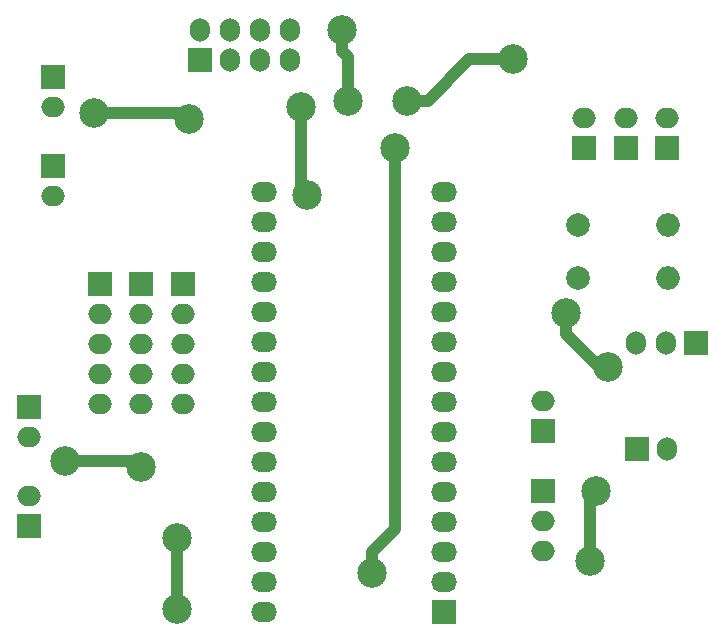
<source format=gbr>
G04 #@! TF.GenerationSoftware,KiCad,Pcbnew,(5.1.5)-3*
G04 #@! TF.CreationDate,2020-04-08T14:30:32+03:00*
G04 #@! TF.ProjectId,Receiver,52656365-6976-4657-922e-6b696361645f,rev?*
G04 #@! TF.SameCoordinates,Original*
G04 #@! TF.FileFunction,Copper,L1,Top*
G04 #@! TF.FilePolarity,Positive*
%FSLAX46Y46*%
G04 Gerber Fmt 4.6, Leading zero omitted, Abs format (unit mm)*
G04 Created by KiCad (PCBNEW (5.1.5)-3) date 2020-04-08 14:30:32*
%MOMM*%
%LPD*%
G04 APERTURE LIST*
%ADD10O,1.700000X2.000000*%
%ADD11R,2.000000X2.000000*%
%ADD12O,2.000000X1.700000*%
%ADD13C,2.000000*%
%ADD14O,2.000000X2.000000*%
%ADD15O,2.200000X1.700000*%
%ADD16C,0.800000*%
%ADD17C,2.500000*%
%ADD18C,1.000000*%
G04 APERTURE END LIST*
D10*
X176960000Y-87000000D03*
X174420000Y-87000000D03*
D11*
X179500000Y-87000000D03*
X123000000Y-102500000D03*
D12*
X123000000Y-99960000D03*
D11*
X125000000Y-64460000D03*
D12*
X125000000Y-67000000D03*
D13*
X169500000Y-77000000D03*
D14*
X177120000Y-77000000D03*
D10*
X145080000Y-60500000D03*
X145080000Y-63040000D03*
X142540000Y-60500000D03*
X142540000Y-63040000D03*
X140000000Y-60500000D03*
X140000000Y-63040000D03*
X137460000Y-60500000D03*
D11*
X137460000Y-63040000D03*
D13*
X169500000Y-81500000D03*
D14*
X177120000Y-81500000D03*
D11*
X174500000Y-96000000D03*
D10*
X177040000Y-96000000D03*
D11*
X129000000Y-82000000D03*
D12*
X129000000Y-84540000D03*
X129000000Y-87080000D03*
X129000000Y-89620000D03*
X129000000Y-92160000D03*
D11*
X132500000Y-82000000D03*
D12*
X132500000Y-84540000D03*
X132500000Y-87080000D03*
X132500000Y-89620000D03*
X132500000Y-92160000D03*
D11*
X166500000Y-94500000D03*
D12*
X166500000Y-91960000D03*
D11*
X136000000Y-82000000D03*
D12*
X136000000Y-84540000D03*
X136000000Y-87080000D03*
X136000000Y-89620000D03*
X136000000Y-92160000D03*
D11*
X166500000Y-99500000D03*
D12*
X166500000Y-102040000D03*
X166500000Y-104580000D03*
D11*
X125000000Y-72000000D03*
D12*
X125000000Y-74540000D03*
D11*
X123000000Y-92460000D03*
D12*
X123000000Y-95000000D03*
D11*
X170000000Y-70500000D03*
D12*
X170000000Y-67960000D03*
D11*
X177000000Y-70500000D03*
D12*
X177000000Y-67960000D03*
D11*
X173500000Y-70500000D03*
D12*
X173500000Y-67960000D03*
D15*
X158120000Y-74220000D03*
X142880000Y-74220000D03*
X158120000Y-76760000D03*
X142880000Y-76760000D03*
X158120000Y-79300000D03*
X142880000Y-79300000D03*
X158120000Y-81840000D03*
X142880000Y-81840000D03*
X158120000Y-84380000D03*
X142880000Y-84380000D03*
X158120000Y-86920000D03*
X142880000Y-86920000D03*
X158120000Y-89460000D03*
X142880000Y-89460000D03*
X158120000Y-92000000D03*
X142880000Y-92000000D03*
X158120000Y-94540000D03*
X142880000Y-94540000D03*
X158120000Y-97080000D03*
X142880000Y-97080000D03*
X158120000Y-99620000D03*
X142880000Y-99620000D03*
X158120000Y-102160000D03*
X142880000Y-102160000D03*
X158120000Y-104700000D03*
X142880000Y-104700000D03*
X158120000Y-107240000D03*
X142880000Y-107240000D03*
D11*
X158120000Y-109780000D03*
D15*
X142880000Y-109780000D03*
D16*
X146000000Y-67000000D03*
D17*
X146000000Y-67000000D03*
X146500000Y-74500000D03*
X149500000Y-60500000D03*
X150000000Y-66500000D03*
X168500000Y-84500000D03*
X172000000Y-89000000D03*
X170500000Y-105500000D03*
X171000000Y-99500000D03*
X152000000Y-106500000D03*
X154000000Y-70500000D03*
X155000000Y-66500000D03*
X164000000Y-63000000D03*
X128500000Y-67500000D03*
X136500000Y-68000000D03*
X126000000Y-97000000D03*
X132500000Y-97500000D03*
X135500000Y-103500000D03*
X135500000Y-109500000D03*
D18*
X146000000Y-67000000D02*
X146000000Y-74000000D01*
X146000000Y-74000000D02*
X146500000Y-74500000D01*
X146500000Y-74500000D02*
X146500000Y-74500000D01*
X149500000Y-62267766D02*
X150000000Y-62767766D01*
X149500000Y-60500000D02*
X149500000Y-62267766D01*
X150000000Y-62767766D02*
X150000000Y-66500000D01*
X150000000Y-66500000D02*
X150000000Y-66500000D01*
X168500000Y-86267766D02*
X171232234Y-89000000D01*
X168500000Y-84500000D02*
X168500000Y-86267766D01*
X171232234Y-89000000D02*
X171500000Y-89000000D01*
X171232234Y-89000000D02*
X172000000Y-89000000D01*
X172000000Y-89000000D02*
X172000000Y-89000000D01*
X170500000Y-105500000D02*
X170500000Y-100000000D01*
X170500000Y-100000000D02*
X171000000Y-99500000D01*
X171000000Y-99500000D02*
X171000000Y-99500000D01*
X152000000Y-104732234D02*
X154000000Y-102732234D01*
X152000000Y-106500000D02*
X152000000Y-104732234D01*
X154000000Y-102732234D02*
X154000000Y-70500000D01*
X154000000Y-70500000D02*
X154000000Y-70500000D01*
X156767766Y-66500000D02*
X160267766Y-63000000D01*
X155000000Y-66500000D02*
X156767766Y-66500000D01*
X160267766Y-63000000D02*
X164000000Y-63000000D01*
X164000000Y-63000000D02*
X164000000Y-63000000D01*
X128500000Y-67500000D02*
X136000000Y-67500000D01*
X136000000Y-67500000D02*
X136500000Y-68000000D01*
X136500000Y-68000000D02*
X136500000Y-68000000D01*
X126000000Y-97000000D02*
X132000000Y-97000000D01*
X132000000Y-97000000D02*
X132500000Y-97500000D01*
X132500000Y-97500000D02*
X132500000Y-97500000D01*
X135500000Y-103500000D02*
X135500000Y-105267766D01*
X135500000Y-105267766D02*
X135500000Y-109500000D01*
X135500000Y-109500000D02*
X135500000Y-109500000D01*
M02*

</source>
